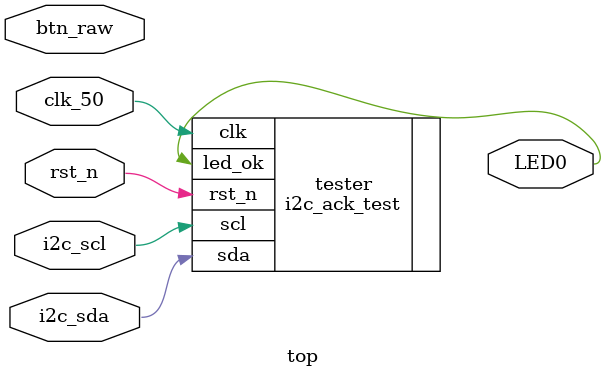
<source format=sv>
module top (
	input  logic clk_50,
	input  logic rst_n,      // active low reset (could be tied to a KEY button)
	input  logic btn_raw,    // noisy async button input		 
		 
	// SSD1306 I2C pins
	inout  tri   i2c_sda,         // Arduino SDA (JP3 pin 2)
	inout  tri   i2c_scl,         // Arduino SCL (JP3 pin 1)

	output logic LED0             // use a board LED to show ACK
);
    i2c_ack_test #(
		.CLK_HZ(50_000_000),
		.I2C_HZ(100_000),
		.ADDR  (7'h3C)
	 ) tester (
		.clk	 (clk_50),
		.rst_n (rst_n),
		.sda	 (i2c_sda),
		.scl	 (i2c_scl),
		.led_ok(LED0)
	 );	 
endmodule
</source>
